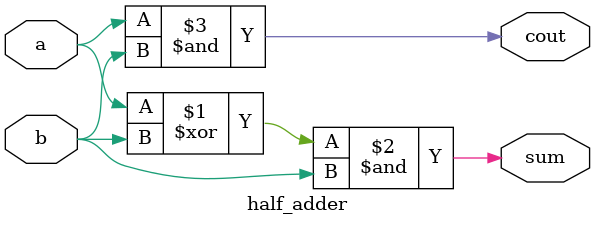
<source format=v>
module half_adder( 
input a, b,
output cout, sum );
	// Half Adders have 2 inputs, and a carry-in. 
	// For any input, the carry-in is the same as the sum.
	// Half Adder has an output.
	
	// 1:1 mux decision
	// sum output is a 1 bit. cout output is a 0 bit.
	assign sum = (a^b) & b;
	assign cout = a & b;
endmodule

</source>
